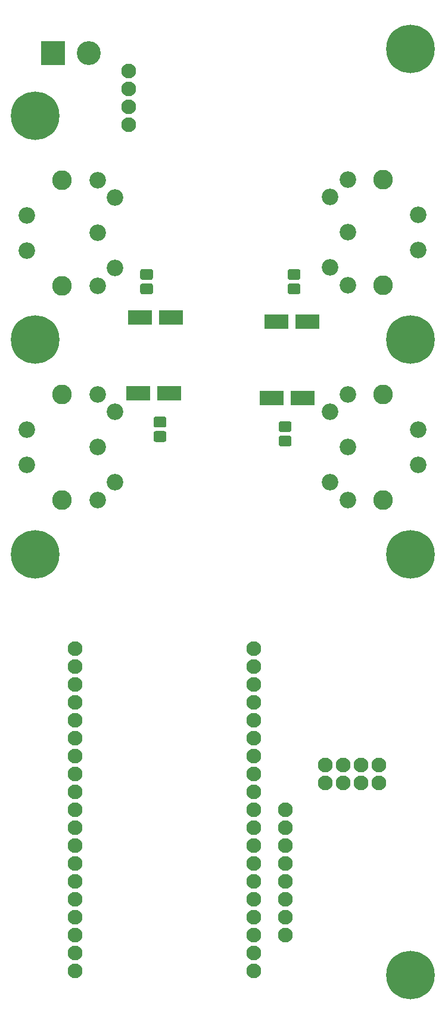
<source format=gbr>
G04 #@! TF.GenerationSoftware,KiCad,Pcbnew,5.0.0-fee4fd1~66~ubuntu18.04.1*
G04 #@! TF.CreationDate,2018-09-30T19:23:13+02:00*
G04 #@! TF.ProjectId,new-joy-board,6E65772D6A6F792D626F6172642E6B69,rev?*
G04 #@! TF.SameCoordinates,Original*
G04 #@! TF.FileFunction,Soldermask,Bot*
G04 #@! TF.FilePolarity,Negative*
%FSLAX46Y46*%
G04 Gerber Fmt 4.6, Leading zero omitted, Abs format (unit mm)*
G04 Created by KiCad (PCBNEW 5.0.0-fee4fd1~66~ubuntu18.04.1) date Sun Sep 30 19:23:13 2018*
%MOMM*%
%LPD*%
G01*
G04 APERTURE LIST*
%ADD10C,6.900000*%
%ADD11C,2.350000*%
%ADD12C,2.800000*%
%ADD13R,3.400000X3.400000*%
%ADD14C,3.400000*%
%ADD15C,0.100000*%
%ADD16C,1.550000*%
%ADD17R,3.400000X2.000000*%
%ADD18C,2.100000*%
G04 APERTURE END LIST*
D10*
G04 #@! TO.C,REF\002A\002A*
X133350000Y-153035000D03*
G04 #@! TD*
D11*
G04 #@! TO.C,J2*
X124460000Y-47625000D03*
X121960000Y-42625000D03*
X124460000Y-40125000D03*
X121960000Y-52625000D03*
X124460000Y-55125000D03*
X134460000Y-50125000D03*
X134460000Y-45125000D03*
D12*
X129460000Y-55125000D03*
X129460000Y-40125000D03*
G04 #@! TD*
D11*
G04 #@! TO.C,J0*
X88900000Y-78105000D03*
X91400000Y-83105000D03*
X88900000Y-85605000D03*
X91400000Y-73105000D03*
X88900000Y-70605000D03*
X78900000Y-75605000D03*
X78900000Y-80605000D03*
D12*
X83900000Y-70605000D03*
X83900000Y-85605000D03*
G04 #@! TD*
G04 #@! TO.C,J1*
X83900000Y-55205000D03*
X83900000Y-40205000D03*
D11*
X78900000Y-50205000D03*
X78900000Y-45205000D03*
X88900000Y-40205000D03*
X91400000Y-42705000D03*
X88900000Y-55205000D03*
X91400000Y-52705000D03*
X88900000Y-47705000D03*
G04 #@! TD*
G04 #@! TO.C,J3*
X124460000Y-78105000D03*
X121960000Y-73105000D03*
X124460000Y-70605000D03*
X121960000Y-83105000D03*
X124460000Y-85605000D03*
X134460000Y-80605000D03*
X134460000Y-75605000D03*
D12*
X129460000Y-85605000D03*
X129460000Y-70605000D03*
G04 #@! TD*
D13*
G04 #@! TO.C,J4*
X82550000Y-22225000D03*
D14*
X87630000Y-22225000D03*
G04 #@! TD*
D10*
G04 #@! TO.C,REF\002A\002A*
X80010000Y-93345000D03*
G04 #@! TD*
G04 #@! TO.C,REF\002A\002A*
X80010000Y-62865000D03*
G04 #@! TD*
G04 #@! TO.C,REF\002A\002A*
X80010000Y-31115000D03*
G04 #@! TD*
G04 #@! TO.C,REF\002A\002A*
X133350000Y-21590000D03*
G04 #@! TD*
G04 #@! TO.C,REF\002A\002A*
X133350000Y-62865000D03*
G04 #@! TD*
G04 #@! TO.C,REF\002A\002A*
X133350000Y-93345000D03*
G04 #@! TD*
D15*
G04 #@! TO.C,C1*
G36*
X98386071Y-75816623D02*
X98418781Y-75821475D01*
X98450857Y-75829509D01*
X98481991Y-75840649D01*
X98511884Y-75854787D01*
X98540247Y-75871787D01*
X98566807Y-75891485D01*
X98591308Y-75913692D01*
X98613515Y-75938193D01*
X98633213Y-75964753D01*
X98650213Y-75993116D01*
X98664351Y-76023009D01*
X98675491Y-76054143D01*
X98683525Y-76086219D01*
X98688377Y-76118929D01*
X98690000Y-76151956D01*
X98690000Y-77028044D01*
X98688377Y-77061071D01*
X98683525Y-77093781D01*
X98675491Y-77125857D01*
X98664351Y-77156991D01*
X98650213Y-77186884D01*
X98633213Y-77215247D01*
X98613515Y-77241807D01*
X98591308Y-77266308D01*
X98566807Y-77288515D01*
X98540247Y-77308213D01*
X98511884Y-77325213D01*
X98481991Y-77339351D01*
X98450857Y-77350491D01*
X98418781Y-77358525D01*
X98386071Y-77363377D01*
X98353044Y-77365000D01*
X97226956Y-77365000D01*
X97193929Y-77363377D01*
X97161219Y-77358525D01*
X97129143Y-77350491D01*
X97098009Y-77339351D01*
X97068116Y-77325213D01*
X97039753Y-77308213D01*
X97013193Y-77288515D01*
X96988692Y-77266308D01*
X96966485Y-77241807D01*
X96946787Y-77215247D01*
X96929787Y-77186884D01*
X96915649Y-77156991D01*
X96904509Y-77125857D01*
X96896475Y-77093781D01*
X96891623Y-77061071D01*
X96890000Y-77028044D01*
X96890000Y-76151956D01*
X96891623Y-76118929D01*
X96896475Y-76086219D01*
X96904509Y-76054143D01*
X96915649Y-76023009D01*
X96929787Y-75993116D01*
X96946787Y-75964753D01*
X96966485Y-75938193D01*
X96988692Y-75913692D01*
X97013193Y-75891485D01*
X97039753Y-75871787D01*
X97068116Y-75854787D01*
X97098009Y-75840649D01*
X97129143Y-75829509D01*
X97161219Y-75821475D01*
X97193929Y-75816623D01*
X97226956Y-75815000D01*
X98353044Y-75815000D01*
X98386071Y-75816623D01*
X98386071Y-75816623D01*
G37*
D16*
X97790000Y-76590000D03*
D15*
G36*
X98386071Y-73766623D02*
X98418781Y-73771475D01*
X98450857Y-73779509D01*
X98481991Y-73790649D01*
X98511884Y-73804787D01*
X98540247Y-73821787D01*
X98566807Y-73841485D01*
X98591308Y-73863692D01*
X98613515Y-73888193D01*
X98633213Y-73914753D01*
X98650213Y-73943116D01*
X98664351Y-73973009D01*
X98675491Y-74004143D01*
X98683525Y-74036219D01*
X98688377Y-74068929D01*
X98690000Y-74101956D01*
X98690000Y-74978044D01*
X98688377Y-75011071D01*
X98683525Y-75043781D01*
X98675491Y-75075857D01*
X98664351Y-75106991D01*
X98650213Y-75136884D01*
X98633213Y-75165247D01*
X98613515Y-75191807D01*
X98591308Y-75216308D01*
X98566807Y-75238515D01*
X98540247Y-75258213D01*
X98511884Y-75275213D01*
X98481991Y-75289351D01*
X98450857Y-75300491D01*
X98418781Y-75308525D01*
X98386071Y-75313377D01*
X98353044Y-75315000D01*
X97226956Y-75315000D01*
X97193929Y-75313377D01*
X97161219Y-75308525D01*
X97129143Y-75300491D01*
X97098009Y-75289351D01*
X97068116Y-75275213D01*
X97039753Y-75258213D01*
X97013193Y-75238515D01*
X96988692Y-75216308D01*
X96966485Y-75191807D01*
X96946787Y-75165247D01*
X96929787Y-75136884D01*
X96915649Y-75106991D01*
X96904509Y-75075857D01*
X96896475Y-75043781D01*
X96891623Y-75011071D01*
X96890000Y-74978044D01*
X96890000Y-74101956D01*
X96891623Y-74068929D01*
X96896475Y-74036219D01*
X96904509Y-74004143D01*
X96915649Y-73973009D01*
X96929787Y-73943116D01*
X96946787Y-73914753D01*
X96966485Y-73888193D01*
X96988692Y-73863692D01*
X97013193Y-73841485D01*
X97039753Y-73821787D01*
X97068116Y-73804787D01*
X97098009Y-73790649D01*
X97129143Y-73779509D01*
X97161219Y-73771475D01*
X97193929Y-73766623D01*
X97226956Y-73765000D01*
X98353044Y-73765000D01*
X98386071Y-73766623D01*
X98386071Y-73766623D01*
G37*
D16*
X97790000Y-74540000D03*
G04 #@! TD*
D15*
G04 #@! TO.C,C2*
G36*
X96481071Y-54861623D02*
X96513781Y-54866475D01*
X96545857Y-54874509D01*
X96576991Y-54885649D01*
X96606884Y-54899787D01*
X96635247Y-54916787D01*
X96661807Y-54936485D01*
X96686308Y-54958692D01*
X96708515Y-54983193D01*
X96728213Y-55009753D01*
X96745213Y-55038116D01*
X96759351Y-55068009D01*
X96770491Y-55099143D01*
X96778525Y-55131219D01*
X96783377Y-55163929D01*
X96785000Y-55196956D01*
X96785000Y-56073044D01*
X96783377Y-56106071D01*
X96778525Y-56138781D01*
X96770491Y-56170857D01*
X96759351Y-56201991D01*
X96745213Y-56231884D01*
X96728213Y-56260247D01*
X96708515Y-56286807D01*
X96686308Y-56311308D01*
X96661807Y-56333515D01*
X96635247Y-56353213D01*
X96606884Y-56370213D01*
X96576991Y-56384351D01*
X96545857Y-56395491D01*
X96513781Y-56403525D01*
X96481071Y-56408377D01*
X96448044Y-56410000D01*
X95321956Y-56410000D01*
X95288929Y-56408377D01*
X95256219Y-56403525D01*
X95224143Y-56395491D01*
X95193009Y-56384351D01*
X95163116Y-56370213D01*
X95134753Y-56353213D01*
X95108193Y-56333515D01*
X95083692Y-56311308D01*
X95061485Y-56286807D01*
X95041787Y-56260247D01*
X95024787Y-56231884D01*
X95010649Y-56201991D01*
X94999509Y-56170857D01*
X94991475Y-56138781D01*
X94986623Y-56106071D01*
X94985000Y-56073044D01*
X94985000Y-55196956D01*
X94986623Y-55163929D01*
X94991475Y-55131219D01*
X94999509Y-55099143D01*
X95010649Y-55068009D01*
X95024787Y-55038116D01*
X95041787Y-55009753D01*
X95061485Y-54983193D01*
X95083692Y-54958692D01*
X95108193Y-54936485D01*
X95134753Y-54916787D01*
X95163116Y-54899787D01*
X95193009Y-54885649D01*
X95224143Y-54874509D01*
X95256219Y-54866475D01*
X95288929Y-54861623D01*
X95321956Y-54860000D01*
X96448044Y-54860000D01*
X96481071Y-54861623D01*
X96481071Y-54861623D01*
G37*
D16*
X95885000Y-55635000D03*
D15*
G36*
X96481071Y-52811623D02*
X96513781Y-52816475D01*
X96545857Y-52824509D01*
X96576991Y-52835649D01*
X96606884Y-52849787D01*
X96635247Y-52866787D01*
X96661807Y-52886485D01*
X96686308Y-52908692D01*
X96708515Y-52933193D01*
X96728213Y-52959753D01*
X96745213Y-52988116D01*
X96759351Y-53018009D01*
X96770491Y-53049143D01*
X96778525Y-53081219D01*
X96783377Y-53113929D01*
X96785000Y-53146956D01*
X96785000Y-54023044D01*
X96783377Y-54056071D01*
X96778525Y-54088781D01*
X96770491Y-54120857D01*
X96759351Y-54151991D01*
X96745213Y-54181884D01*
X96728213Y-54210247D01*
X96708515Y-54236807D01*
X96686308Y-54261308D01*
X96661807Y-54283515D01*
X96635247Y-54303213D01*
X96606884Y-54320213D01*
X96576991Y-54334351D01*
X96545857Y-54345491D01*
X96513781Y-54353525D01*
X96481071Y-54358377D01*
X96448044Y-54360000D01*
X95321956Y-54360000D01*
X95288929Y-54358377D01*
X95256219Y-54353525D01*
X95224143Y-54345491D01*
X95193009Y-54334351D01*
X95163116Y-54320213D01*
X95134753Y-54303213D01*
X95108193Y-54283515D01*
X95083692Y-54261308D01*
X95061485Y-54236807D01*
X95041787Y-54210247D01*
X95024787Y-54181884D01*
X95010649Y-54151991D01*
X94999509Y-54120857D01*
X94991475Y-54088781D01*
X94986623Y-54056071D01*
X94985000Y-54023044D01*
X94985000Y-53146956D01*
X94986623Y-53113929D01*
X94991475Y-53081219D01*
X94999509Y-53049143D01*
X95010649Y-53018009D01*
X95024787Y-52988116D01*
X95041787Y-52959753D01*
X95061485Y-52933193D01*
X95083692Y-52908692D01*
X95108193Y-52886485D01*
X95134753Y-52866787D01*
X95163116Y-52849787D01*
X95193009Y-52835649D01*
X95224143Y-52824509D01*
X95256219Y-52816475D01*
X95288929Y-52811623D01*
X95321956Y-52810000D01*
X96448044Y-52810000D01*
X96481071Y-52811623D01*
X96481071Y-52811623D01*
G37*
D16*
X95885000Y-53585000D03*
G04 #@! TD*
D15*
G04 #@! TO.C,C3*
G36*
X117436071Y-52811623D02*
X117468781Y-52816475D01*
X117500857Y-52824509D01*
X117531991Y-52835649D01*
X117561884Y-52849787D01*
X117590247Y-52866787D01*
X117616807Y-52886485D01*
X117641308Y-52908692D01*
X117663515Y-52933193D01*
X117683213Y-52959753D01*
X117700213Y-52988116D01*
X117714351Y-53018009D01*
X117725491Y-53049143D01*
X117733525Y-53081219D01*
X117738377Y-53113929D01*
X117740000Y-53146956D01*
X117740000Y-54023044D01*
X117738377Y-54056071D01*
X117733525Y-54088781D01*
X117725491Y-54120857D01*
X117714351Y-54151991D01*
X117700213Y-54181884D01*
X117683213Y-54210247D01*
X117663515Y-54236807D01*
X117641308Y-54261308D01*
X117616807Y-54283515D01*
X117590247Y-54303213D01*
X117561884Y-54320213D01*
X117531991Y-54334351D01*
X117500857Y-54345491D01*
X117468781Y-54353525D01*
X117436071Y-54358377D01*
X117403044Y-54360000D01*
X116276956Y-54360000D01*
X116243929Y-54358377D01*
X116211219Y-54353525D01*
X116179143Y-54345491D01*
X116148009Y-54334351D01*
X116118116Y-54320213D01*
X116089753Y-54303213D01*
X116063193Y-54283515D01*
X116038692Y-54261308D01*
X116016485Y-54236807D01*
X115996787Y-54210247D01*
X115979787Y-54181884D01*
X115965649Y-54151991D01*
X115954509Y-54120857D01*
X115946475Y-54088781D01*
X115941623Y-54056071D01*
X115940000Y-54023044D01*
X115940000Y-53146956D01*
X115941623Y-53113929D01*
X115946475Y-53081219D01*
X115954509Y-53049143D01*
X115965649Y-53018009D01*
X115979787Y-52988116D01*
X115996787Y-52959753D01*
X116016485Y-52933193D01*
X116038692Y-52908692D01*
X116063193Y-52886485D01*
X116089753Y-52866787D01*
X116118116Y-52849787D01*
X116148009Y-52835649D01*
X116179143Y-52824509D01*
X116211219Y-52816475D01*
X116243929Y-52811623D01*
X116276956Y-52810000D01*
X117403044Y-52810000D01*
X117436071Y-52811623D01*
X117436071Y-52811623D01*
G37*
D16*
X116840000Y-53585000D03*
D15*
G36*
X117436071Y-54861623D02*
X117468781Y-54866475D01*
X117500857Y-54874509D01*
X117531991Y-54885649D01*
X117561884Y-54899787D01*
X117590247Y-54916787D01*
X117616807Y-54936485D01*
X117641308Y-54958692D01*
X117663515Y-54983193D01*
X117683213Y-55009753D01*
X117700213Y-55038116D01*
X117714351Y-55068009D01*
X117725491Y-55099143D01*
X117733525Y-55131219D01*
X117738377Y-55163929D01*
X117740000Y-55196956D01*
X117740000Y-56073044D01*
X117738377Y-56106071D01*
X117733525Y-56138781D01*
X117725491Y-56170857D01*
X117714351Y-56201991D01*
X117700213Y-56231884D01*
X117683213Y-56260247D01*
X117663515Y-56286807D01*
X117641308Y-56311308D01*
X117616807Y-56333515D01*
X117590247Y-56353213D01*
X117561884Y-56370213D01*
X117531991Y-56384351D01*
X117500857Y-56395491D01*
X117468781Y-56403525D01*
X117436071Y-56408377D01*
X117403044Y-56410000D01*
X116276956Y-56410000D01*
X116243929Y-56408377D01*
X116211219Y-56403525D01*
X116179143Y-56395491D01*
X116148009Y-56384351D01*
X116118116Y-56370213D01*
X116089753Y-56353213D01*
X116063193Y-56333515D01*
X116038692Y-56311308D01*
X116016485Y-56286807D01*
X115996787Y-56260247D01*
X115979787Y-56231884D01*
X115965649Y-56201991D01*
X115954509Y-56170857D01*
X115946475Y-56138781D01*
X115941623Y-56106071D01*
X115940000Y-56073044D01*
X115940000Y-55196956D01*
X115941623Y-55163929D01*
X115946475Y-55131219D01*
X115954509Y-55099143D01*
X115965649Y-55068009D01*
X115979787Y-55038116D01*
X115996787Y-55009753D01*
X116016485Y-54983193D01*
X116038692Y-54958692D01*
X116063193Y-54936485D01*
X116089753Y-54916787D01*
X116118116Y-54899787D01*
X116148009Y-54885649D01*
X116179143Y-54874509D01*
X116211219Y-54866475D01*
X116243929Y-54861623D01*
X116276956Y-54860000D01*
X117403044Y-54860000D01*
X117436071Y-54861623D01*
X117436071Y-54861623D01*
G37*
D16*
X116840000Y-55635000D03*
G04 #@! TD*
D15*
G04 #@! TO.C,C4*
G36*
X116166071Y-74401623D02*
X116198781Y-74406475D01*
X116230857Y-74414509D01*
X116261991Y-74425649D01*
X116291884Y-74439787D01*
X116320247Y-74456787D01*
X116346807Y-74476485D01*
X116371308Y-74498692D01*
X116393515Y-74523193D01*
X116413213Y-74549753D01*
X116430213Y-74578116D01*
X116444351Y-74608009D01*
X116455491Y-74639143D01*
X116463525Y-74671219D01*
X116468377Y-74703929D01*
X116470000Y-74736956D01*
X116470000Y-75613044D01*
X116468377Y-75646071D01*
X116463525Y-75678781D01*
X116455491Y-75710857D01*
X116444351Y-75741991D01*
X116430213Y-75771884D01*
X116413213Y-75800247D01*
X116393515Y-75826807D01*
X116371308Y-75851308D01*
X116346807Y-75873515D01*
X116320247Y-75893213D01*
X116291884Y-75910213D01*
X116261991Y-75924351D01*
X116230857Y-75935491D01*
X116198781Y-75943525D01*
X116166071Y-75948377D01*
X116133044Y-75950000D01*
X115006956Y-75950000D01*
X114973929Y-75948377D01*
X114941219Y-75943525D01*
X114909143Y-75935491D01*
X114878009Y-75924351D01*
X114848116Y-75910213D01*
X114819753Y-75893213D01*
X114793193Y-75873515D01*
X114768692Y-75851308D01*
X114746485Y-75826807D01*
X114726787Y-75800247D01*
X114709787Y-75771884D01*
X114695649Y-75741991D01*
X114684509Y-75710857D01*
X114676475Y-75678781D01*
X114671623Y-75646071D01*
X114670000Y-75613044D01*
X114670000Y-74736956D01*
X114671623Y-74703929D01*
X114676475Y-74671219D01*
X114684509Y-74639143D01*
X114695649Y-74608009D01*
X114709787Y-74578116D01*
X114726787Y-74549753D01*
X114746485Y-74523193D01*
X114768692Y-74498692D01*
X114793193Y-74476485D01*
X114819753Y-74456787D01*
X114848116Y-74439787D01*
X114878009Y-74425649D01*
X114909143Y-74414509D01*
X114941219Y-74406475D01*
X114973929Y-74401623D01*
X115006956Y-74400000D01*
X116133044Y-74400000D01*
X116166071Y-74401623D01*
X116166071Y-74401623D01*
G37*
D16*
X115570000Y-75175000D03*
D15*
G36*
X116166071Y-76451623D02*
X116198781Y-76456475D01*
X116230857Y-76464509D01*
X116261991Y-76475649D01*
X116291884Y-76489787D01*
X116320247Y-76506787D01*
X116346807Y-76526485D01*
X116371308Y-76548692D01*
X116393515Y-76573193D01*
X116413213Y-76599753D01*
X116430213Y-76628116D01*
X116444351Y-76658009D01*
X116455491Y-76689143D01*
X116463525Y-76721219D01*
X116468377Y-76753929D01*
X116470000Y-76786956D01*
X116470000Y-77663044D01*
X116468377Y-77696071D01*
X116463525Y-77728781D01*
X116455491Y-77760857D01*
X116444351Y-77791991D01*
X116430213Y-77821884D01*
X116413213Y-77850247D01*
X116393515Y-77876807D01*
X116371308Y-77901308D01*
X116346807Y-77923515D01*
X116320247Y-77943213D01*
X116291884Y-77960213D01*
X116261991Y-77974351D01*
X116230857Y-77985491D01*
X116198781Y-77993525D01*
X116166071Y-77998377D01*
X116133044Y-78000000D01*
X115006956Y-78000000D01*
X114973929Y-77998377D01*
X114941219Y-77993525D01*
X114909143Y-77985491D01*
X114878009Y-77974351D01*
X114848116Y-77960213D01*
X114819753Y-77943213D01*
X114793193Y-77923515D01*
X114768692Y-77901308D01*
X114746485Y-77876807D01*
X114726787Y-77850247D01*
X114709787Y-77821884D01*
X114695649Y-77791991D01*
X114684509Y-77760857D01*
X114676475Y-77728781D01*
X114671623Y-77696071D01*
X114670000Y-77663044D01*
X114670000Y-76786956D01*
X114671623Y-76753929D01*
X114676475Y-76721219D01*
X114684509Y-76689143D01*
X114695649Y-76658009D01*
X114709787Y-76628116D01*
X114726787Y-76599753D01*
X114746485Y-76573193D01*
X114768692Y-76548692D01*
X114793193Y-76526485D01*
X114819753Y-76506787D01*
X114848116Y-76489787D01*
X114878009Y-76475649D01*
X114909143Y-76464509D01*
X114941219Y-76456475D01*
X114973929Y-76451623D01*
X115006956Y-76450000D01*
X116133044Y-76450000D01*
X116166071Y-76451623D01*
X116166071Y-76451623D01*
G37*
D16*
X115570000Y-77225000D03*
G04 #@! TD*
D17*
G04 #@! TO.C,C5*
X94660000Y-70485000D03*
X99060000Y-70485000D03*
G04 #@! TD*
G04 #@! TO.C,C6*
X99355000Y-59690000D03*
X94955000Y-59690000D03*
G04 #@! TD*
G04 #@! TO.C,C7*
X118745000Y-60325000D03*
X114345000Y-60325000D03*
G04 #@! TD*
G04 #@! TO.C,C8*
X113665000Y-71120000D03*
X118065000Y-71120000D03*
G04 #@! TD*
D18*
G04 #@! TO.C,U4*
X85725000Y-106680000D03*
X85725000Y-109220000D03*
X85725000Y-111760000D03*
X85725000Y-114300000D03*
X85725000Y-116840000D03*
X85725000Y-119380000D03*
X85725000Y-121920000D03*
X85725000Y-124460000D03*
X85725000Y-127000000D03*
X85725000Y-129540000D03*
X85725000Y-132080000D03*
X85725000Y-134620000D03*
X85725000Y-137160000D03*
X85725000Y-139700000D03*
X85725000Y-142240000D03*
X85725000Y-144780000D03*
X85725000Y-147320000D03*
X85725000Y-149860000D03*
X85725000Y-152400000D03*
X111125000Y-152400000D03*
X111125000Y-149860000D03*
X111125000Y-147320000D03*
X111125000Y-144780000D03*
X111125000Y-142240000D03*
X111125000Y-139700000D03*
X111125000Y-137160000D03*
X111125000Y-134620000D03*
X111125000Y-132080000D03*
X111125000Y-129540000D03*
X111125000Y-127000000D03*
X111125000Y-124460000D03*
X111125000Y-121920000D03*
X111125000Y-119380000D03*
X111125000Y-116840000D03*
X111125000Y-114300000D03*
X111125000Y-111760000D03*
X111125000Y-109220000D03*
X111125000Y-106680000D03*
G04 #@! TD*
G04 #@! TO.C,U5*
X126365000Y-125730000D03*
X128905000Y-125730000D03*
X123825000Y-125730000D03*
X121285000Y-125730000D03*
X128905000Y-123190000D03*
X126365000Y-123190000D03*
X123825000Y-123190000D03*
X121285000Y-123190000D03*
G04 #@! TD*
G04 #@! TO.C,U7*
X115570000Y-129540000D03*
X115570000Y-132080000D03*
X115570000Y-134620000D03*
X115570000Y-137160000D03*
X115570000Y-139700000D03*
X115570000Y-142240000D03*
X115570000Y-144780000D03*
X115570000Y-147320000D03*
G04 #@! TD*
G04 #@! TO.C,U10*
X93345000Y-24765000D03*
X93345000Y-27305000D03*
X93345000Y-29845000D03*
X93345000Y-32385000D03*
G04 #@! TD*
M02*

</source>
